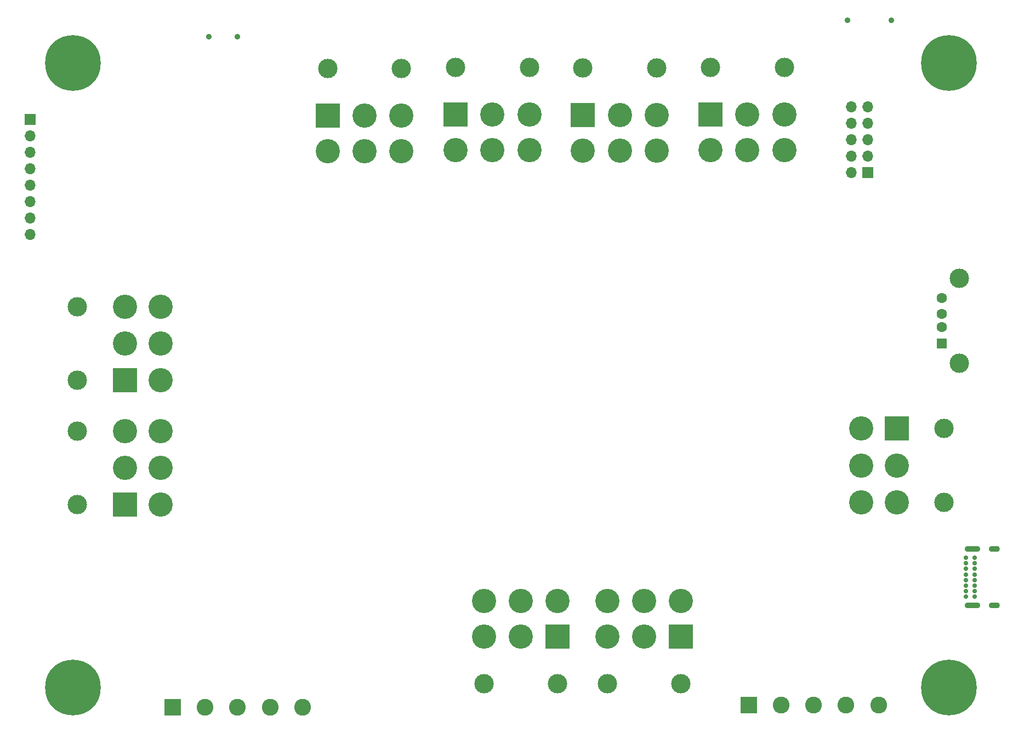
<source format=gbs>
G04 #@! TF.GenerationSoftware,KiCad,Pcbnew,7.0.7*
G04 #@! TF.CreationDate,2024-01-22T22:27:14-06:00*
G04 #@! TF.ProjectId,stm32f429z,73746d33-3266-4343-9239-7a2e6b696361,rev?*
G04 #@! TF.SameCoordinates,Original*
G04 #@! TF.FileFunction,Soldermask,Bot*
G04 #@! TF.FilePolarity,Negative*
%FSLAX46Y46*%
G04 Gerber Fmt 4.6, Leading zero omitted, Abs format (unit mm)*
G04 Created by KiCad (PCBNEW 7.0.7) date 2024-01-22 22:27:14*
%MOMM*%
%LPD*%
G01*
G04 APERTURE LIST*
%ADD10C,3.000000*%
%ADD11R,3.750000X3.750000*%
%ADD12C,3.750000*%
%ADD13R,1.700000X1.700000*%
%ADD14O,1.700000X1.700000*%
%ADD15R,2.600000X2.600000*%
%ADD16C,2.600000*%
%ADD17C,0.900000*%
%ADD18C,0.700000*%
%ADD19O,2.400000X0.900000*%
%ADD20O,1.700000X0.900000*%
%ADD21C,8.600000*%
%ADD22R,1.500000X1.600000*%
%ADD23C,1.600000*%
G04 APERTURE END LIST*
D10*
X170800000Y-141480000D03*
X159400000Y-141480000D03*
D11*
X170800000Y-134180000D03*
D12*
X165100000Y-134180000D03*
X159400000Y-134180000D03*
X170800000Y-128680000D03*
X165100000Y-128680000D03*
X159400000Y-128680000D03*
D13*
X199613750Y-62487500D03*
D14*
X197073750Y-62487500D03*
X199613750Y-59947500D03*
X197073750Y-59947500D03*
X199613750Y-57407500D03*
X197073750Y-57407500D03*
X199613750Y-54867500D03*
X197073750Y-54867500D03*
X199613750Y-52327500D03*
X197073750Y-52327500D03*
D15*
X92315000Y-145085000D03*
D16*
X97315000Y-145085000D03*
X102315000Y-145085000D03*
X107315000Y-145085000D03*
X112315000Y-145085000D03*
D10*
X77595000Y-113793750D03*
X77595000Y-102393750D03*
D11*
X84895000Y-113793750D03*
D12*
X84895000Y-108093750D03*
X84895000Y-102393750D03*
X90395000Y-113793750D03*
X90395000Y-108093750D03*
X90395000Y-102393750D03*
D17*
X203298000Y-38938200D03*
X196498000Y-38938200D03*
D15*
X181295000Y-144780000D03*
D16*
X186295000Y-144780000D03*
X191295000Y-144780000D03*
X196295000Y-144780000D03*
X201295000Y-144780000D03*
D10*
X151750000Y-141480000D03*
X140350000Y-141480000D03*
D11*
X151750000Y-134180000D03*
D12*
X146050000Y-134180000D03*
X140350000Y-134180000D03*
X151750000Y-128680000D03*
X146050000Y-128680000D03*
X140350000Y-128680000D03*
D10*
X175340000Y-46227500D03*
X186740000Y-46227500D03*
D11*
X175340000Y-53527500D03*
D12*
X181040000Y-53527500D03*
X186740000Y-53527500D03*
X175340000Y-59027500D03*
X181040000Y-59027500D03*
X186740000Y-59027500D03*
D18*
X214825000Y-127975000D03*
X214825000Y-127125000D03*
X214825000Y-126275000D03*
X214825000Y-125425000D03*
X214825000Y-124575000D03*
X214825000Y-123725000D03*
X214825000Y-122875000D03*
X214825000Y-122025000D03*
X216175000Y-122025000D03*
X216175000Y-122875000D03*
X216175000Y-123725000D03*
X216175000Y-124575000D03*
X216175000Y-125425000D03*
X216175000Y-126275000D03*
X216175000Y-127125000D03*
X216175000Y-127975000D03*
D19*
X215805000Y-129325000D03*
D20*
X219185000Y-129325000D03*
D19*
X215805000Y-120675000D03*
D20*
X219185000Y-120675000D03*
D10*
X77595000Y-94600000D03*
X77595000Y-83200000D03*
D11*
X84895000Y-94600000D03*
D12*
X84895000Y-88900000D03*
X84895000Y-83200000D03*
X90395000Y-94600000D03*
X90395000Y-88900000D03*
X90395000Y-83200000D03*
D13*
X70232500Y-54232500D03*
D14*
X70232500Y-56772500D03*
X70232500Y-59312500D03*
X70232500Y-61852500D03*
X70232500Y-64392500D03*
X70232500Y-66932500D03*
X70232500Y-69472500D03*
X70232500Y-72012500D03*
D10*
X211395000Y-102031250D03*
X211395000Y-113431250D03*
D11*
X204095000Y-102031250D03*
D12*
X204095000Y-107731250D03*
X204095000Y-113431250D03*
X198595000Y-102031250D03*
X198595000Y-107731250D03*
X198595000Y-113431250D03*
D17*
X208930000Y-45501250D03*
X209874581Y-43220831D03*
X209874581Y-47781669D03*
X212155000Y-42276250D03*
D21*
X212155000Y-45501250D03*
D17*
X212155000Y-48726250D03*
X214435419Y-43220831D03*
X214435419Y-47781669D03*
X215380000Y-45501250D03*
D10*
X135970000Y-46227500D03*
X147370000Y-46227500D03*
D11*
X135970000Y-53527500D03*
D12*
X141670000Y-53527500D03*
X147370000Y-53527500D03*
X135970000Y-59027500D03*
X141670000Y-59027500D03*
X147370000Y-59027500D03*
D17*
X73675000Y-142021250D03*
X74619581Y-139740831D03*
X74619581Y-144301669D03*
X76900000Y-138796250D03*
D21*
X76900000Y-142021250D03*
D17*
X76900000Y-145246250D03*
X79180419Y-139740831D03*
X79180419Y-144301669D03*
X80125000Y-142021250D03*
D22*
X211048000Y-88844000D03*
D23*
X211048000Y-86344000D03*
X211048000Y-84344000D03*
X211048000Y-81844000D03*
D10*
X213758000Y-91914000D03*
X213758000Y-78774000D03*
D17*
X73675000Y-45501250D03*
X74619581Y-43220831D03*
X74619581Y-47781669D03*
X76900000Y-42276250D03*
D21*
X76900000Y-45501250D03*
D17*
X76900000Y-48726250D03*
X79180419Y-43220831D03*
X79180419Y-47781669D03*
X80125000Y-45501250D03*
D10*
X116220000Y-46355000D03*
X127620000Y-46355000D03*
D11*
X116220000Y-53655000D03*
D12*
X121920000Y-53655000D03*
X127620000Y-53655000D03*
X116220000Y-59155000D03*
X121920000Y-59155000D03*
X127620000Y-59155000D03*
D17*
X208930000Y-142021250D03*
X209874581Y-139740831D03*
X209874581Y-144301669D03*
X212155000Y-138796250D03*
D21*
X212155000Y-142021250D03*
D17*
X212155000Y-145246250D03*
X214435419Y-139740831D03*
X214435419Y-144301669D03*
X215380000Y-142021250D03*
X102300000Y-41446250D03*
X97900000Y-41446250D03*
D10*
X155655000Y-46261250D03*
X167055000Y-46261250D03*
D11*
X155655000Y-53561250D03*
D12*
X161355000Y-53561250D03*
X167055000Y-53561250D03*
X155655000Y-59061250D03*
X161355000Y-59061250D03*
X167055000Y-59061250D03*
M02*

</source>
